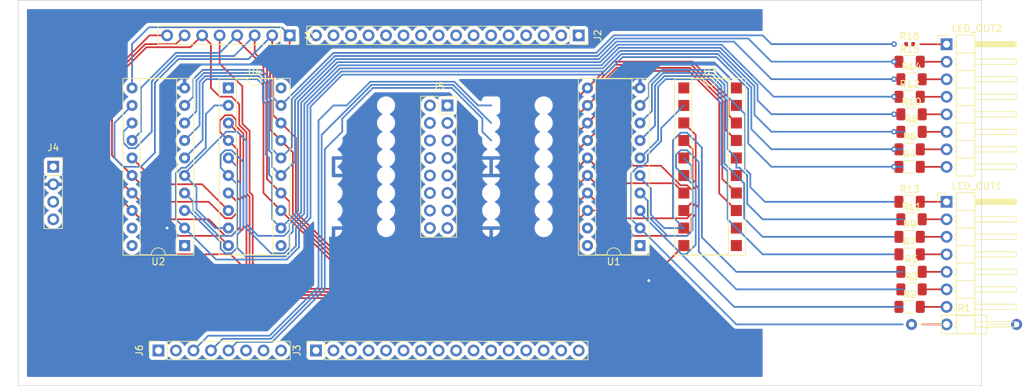
<source format=kicad_pcb>
(kicad_pcb (version 20211014) (generator pcbnew)
  (layers (0 "F.Cu" signal) (31 "B.Cu" signal) (34 "B.Paste" user) (35 "F.Paste" user) (36 "B.SilkS" user "B.Silkscreen") (37 "F.SilkS" user "F.Silkscreen") (38 "B.Mask" user) (39 "F.Mask" user) (44 "Edge.Cuts" user))
  (net 0 "")
  (net 1 "A0")
  (net 2 "A1")
  (net 3 "A2")
  (net 4 "A3")
  (net 5 "A4")
  (net 6 "A5")
  (net 7 "A6")
  (net 8 "A7")
  (net 9 "A8")
  (net 10 "A9")
  (net 11 "A10")
  (net 12 "A11")
  (net 13 "A12")
  (net 14 "A13")
  (net 15 "A14")
  (net 16 "A15")
  (net 17 "D0")
  (net 18 "D1")
  (net 19 "D2")
  (net 20 "D3")
  (net 21 "D4")
  (net 22 "D5")
  (net 23 "D6")
  (net 24 "D7")
  (net 25 "CLK")
  (net 26 "GND")
  (net 27 "+5V")
  (net 28 "X")
  (net 29 "OI")
  (net 30 "MW")
  (net 31 "H")
  (net 32 "C")
  (net 33 "~{II}")
  (net 34 "Im")
  (net 35 "~{ΣO}")
  (net 36 "~{ΣI}")
  (net 37 "RO")
  (net 38 "RI")
  (net 39 "~{MO}")
  (net 40 "MI")
  (net 41 "~{CO}")
  (net 42 "CE")
  (net 43 "~{CI}")
  (net 44 "INST0")
  (net 45 "INST1")
  (net 46 "INST2")
  (net 47 "INST3")
  (net 48 "INST4")
  (net 49 "INST5")
  (net 50 "INST6")
  (net 51 "INST7")
  (net 52 "~{R0_IN}")
  (net 53 "~{R0_OUT}")
  (net 54 "~{R1_IN}")
  (net 55 "~{R1_OUT}")
  (net 56 "~{R2_IN}")
  (net 57 "~{R2_OUT}")
  (net 58 "~{R3_IN}")
  (net 59 "~{R3_OUT}")
  (net 60 "~{R4_IN}")
  (net 61 "~{R4_OUT}")
  (net 62 "~{R5_IN}")
  (net 63 "~{R5_OUT}")
  (net 64 "~{R6_IN}")
  (net 65 "~{R6_OUT}")
  (net 66 "~{R7_IN}")
  (net 67 "~{R7_OUT}")
  (net 68 "Net-(LED_OUT1-Pad1)")
  (net 69 "Net-(LED_OUT1-Pad2)")
  (net 70 "Net-(LED_OUT1-Pad3)")
  (net 71 "Net-(LED_OUT1-Pad4)")
  (net 72 "Net-(LED_OUT1-Pad5)")
  (net 73 "Net-(LED_OUT1-Pad6)")
  (net 74 "Net-(LED_OUT1-Pad7)")
  (net 75 "Net-(LED_OUT1-Pad8)")
  (net 76 "Net-(LED_OUT2-Pad1)")
  (net 77 "Net-(LED_OUT2-Pad2)")
  (net 78 "Net-(LED_OUT2-Pad3)")
  (net 79 "Net-(LED_OUT2-Pad4)")
  (net 80 "Net-(LED_OUT2-Pad5)")
  (net 81 "Net-(LED_OUT2-Pad6)")
  (net 82 "Net-(LED_OUT2-Pad7)")
  (net 83 "Net-(LED_OUT2-Pad8)")
  (net 84 "Net-(R1-Pad1)")
  (net 85 "Net-(R2-Pad1)")
  (net 86 "Net-(R3-Pad1)")
  (net 87 "Net-(R4-Pad1)")
  (net 88 "Net-(R5-Pad1)")
  (net 89 "Net-(R6-Pad1)")
  (net 90 "Net-(R7-Pad1)")
  (net 91 "Net-(R8-Pad1)")
  (net 92 "Net-(R9-Pad1)")
  (net 93 "Net-(R10-Pad1)")
  (net 94 "Net-(R11-Pad1)")
  (net 95 "Net-(R12-Pad1)")
  (net 96 "Net-(R13-Pad1)")
  (net 97 "Net-(R14-Pad1)")
  (net 98 "Net-(R15-Pad1)")
  (net 99 "Net-(R16-Pad1)")
  (footprint "Connector_PinSocket_2.54mm:PinSocket_2x08_P2.54mm_Vertical" (layer "F.Cu") (at 113.05 93.97)
    (fp_text reference "J5")
    (fp_text value "REG_CTRL")
  )
  (footprint "Connector_PinHeader_2.54mm:PinHeader_1x08_P2.54mm_Horizontal" (layer "F.Cu") (at 185.43 107.94)
    (fp_text reference "LED_OUT1")
    (fp_text value "LEDs")
  )
  (footprint "Connector_PinSocket_2.54mm:PinSocket_1x08_P2.54mm_Vertical" (layer "F.Cu") (at 90.18 83.81 -90)
    (fp_text reference "J1")
    (fp_text value "DATA_BUS")
  )
  (footprint "Resistor_SMD:R_1206_3216Metric_Pad1.30x1.75mm_HandSolder" (layer "F.Cu") (at 180.07 107.94)
    (fp_text reference "R13")
    (fp_text value "220Ω")
  )
  (footprint "Connector_PinSocket_2.54mm:PinSocket_1x04_P2.54mm_Vertical" (layer "F.Cu") (at 55.89 102.86)
    (fp_text reference "J4")
    (fp_text value "Conn_01x03_Female")
  )
  (footprint "Resistor_SMD:R_0402_1005Metric" (layer "F.Cu") (at 180.07 85.095)
    (fp_text reference "R16")
    (fp_text value "220Ω")
  )
  (footprint "Resistor_SMD:R_1206_3216Metric_Pad1.30x1.75mm_HandSolder" (layer "F.Cu") (at 180.07 123.18)
    (fp_text reference "R2")
    (fp_text value "220Ω")
  )
  (footprint "Resistor_SMD:R_1206_3216Metric_Pad1.30x1.75mm_HandSolder" (layer "F.Cu") (at 180.35 97.795)
    (fp_text reference "R8")
    (fp_text value "220Ω")
  )
  (footprint "Resistor_SMD:R_1206_3216Metric_Pad1.30x1.75mm_HandSolder" (layer "F.Cu") (at 180.35 110.48)
    (fp_text reference "R11")
    (fp_text value "220Ω")
  )
  (footprint "Connector_PinSocket_2.54mm:PinSocket_1x16_P2.54mm_Vertical" (layer "F.Cu") (at 93.99 129.505 90)
    (fp_text reference "J3")
    (fp_text value "CTRL_BUS")
  )
  (footprint "Package_DIP:DIP-20_W7.62mm_Socket" (layer "F.Cu") (at 140.98 114.29 180)
    (fp_text reference "U1")
    (fp_text value "74HC245")
  )
  (footprint "Resistor_THT:R_Axial_DIN0207_L6.3mm_D2.5mm_P15.24mm_Horizontal" (layer "F.Cu") (at 180.35 125.72)
    (fp_text reference "R1")
    (fp_text value "220Ω")
  )
  (footprint "Package_DIP:DIP-20_W7.62mm_Socket" (layer "F.Cu") (at 74.94 114.29 180)
    (fp_text reference "U2")
    (fp_text value "74HC245")
  )
  (footprint "Connector_PinHeader_2.54mm:PinHeader_1x08_P2.54mm_Horizontal" (layer "F.Cu") (at 185.43 85.095)
    (fp_text reference "LED_OUT2")
    (fp_text value "LEDs")
  )
  (footprint "Resistor_SMD:R_1206_3216Metric_Pad1.30x1.75mm_HandSolder" (layer "F.Cu") (at 180.07 113.02)
    (fp_text reference "R9")
    (fp_text value "220Ω")
  )
  (footprint "Resistor_SMD:R_1206_3216Metric_Pad1.30x1.75mm_HandSolder" (layer "F.Cu") (at 180.07 87.635)
    (fp_text reference "R15")
    (fp_text value "220Ω")
  )
  (footprint "Resistor_SMD:R_1206_3216Metric_Pad1.30x1.75mm_HandSolder" (layer "F.Cu") (at 180.07 100.335)
    (fp_text reference "R6")
    (fp_text value "220Ω")
  )
  (footprint "Resistor_SMD:R_1206_3216Metric_Pad1.30x1.75mm_HandSolder" (layer "F.Cu") (at 180.07 115.56)
    (fp_text reference "R7")
    (fp_text value "220Ω")
  )
  (footprint "Resistor_SMD:R_1206_3216Metric_Pad1.30x1.75mm_HandSolder" (layer "F.Cu") (at 180.07 92.715)
    (fp_text reference "R12")
    (fp_text value "220Ω")
  )
  (footprint "Connector_PinSocket_2.54mm:PinSocket_1x08_P2.54mm_Vertical" (layer "F.Cu") (at 71.145 129.505 90)
    (fp_text reference "J6")
    (fp_text value "INST_BITS")
  )
  (footprint "Package_DIP:DIP-20_W7.62mm_Socket" (layer "F.Cu") (at 81.29 91.43)
    (fp_text reference "U4")
    (fp_text value "74HC377")
  )
  (footprint "Resistor_SMD:R_1206_3216Metric_Pad1.30x1.75mm_HandSolder" (layer "F.Cu") (at 180.35 95.255)
    (fp_text reference "R10")
    (fp_text value "220Ω")
  )
  (footprint "Resistor_SMD:R_1206_3216Metric_Pad1.30x1.75mm_HandSolder" (layer "F.Cu") (at 180.35 90.175)
    (fp_text reference "R14")
    (fp_text value "220Ω")
  )
  (footprint "Connector_PinSocket_2.54mm:PinSocket_1x16_P2.54mm_Vertical" (layer "F.Cu") (at 132.09 83.81 -90)
    (fp_text reference "J2")
    (fp_text value "ADDR_BUS")
  )
  (footprint "Resistor_SMD:R_1206_3216Metric_Pad1.30x1.75mm_HandSolder" (layer "F.Cu") (at 180.35 120.64)
    (fp_text reference "R3")
    (fp_text value "220Ω")
  )
  (footprint "Resistor_SMD:R_1206_3216Metric_Pad1.30x1.75mm_HandSolder" (layer "F.Cu") (at 180.35 118.1)
    (fp_text reference "R5")
    (fp_text value "220Ω")
  )
  (footprint "Resistor_SMD:R_1206_3216Metric_Pad1.30x1.75mm_HandSolder" (layer "F.Cu") (at 180.07 102.875)
    (fp_text reference "R4")
    (fp_text value "220Ω")
  )
  (footprint "Package_DIP:DIP-20_W7.62mm_SMDSocket_SmallPads" (layer "F.Cu") (at 151.14 102.86)
    (fp_text reference "U3")
    (fp_text value "74HC377")
  )
  (gr_rect (start 50.81 78.73) (end 190.51 134.61) (layer "Edge.Cuts") (width 0.1) (fill none))
  (segment (start 100.369188 118.76) (end 126.975228 118.76) (width 0.25) (layer "F.Cu") (net 17))
  (segment (start 91.08 109.470812) (end 100.369188 118.76) (width 0.25) (layer "F.Cu") (net 17))
  (segment (start 153.825 92.845) (end 153.825 95.385) (width 0.25) (layer "F.Cu") (net 17))
  (segment (start 133.36 91.43) (end 137.17 87.62) (width 0.25) (layer "F.Cu") (net 17))
  (segment (start 87.785 88.89) (end 87.785 95.385) (width 0.25) (layer "F.Cu") (net 17))
  (segment (start 126.975228 118.76) (end 128.94 116.795228) (width 0.25) (layer "F.Cu") (net 17))
  (segment (start 137.17 87.62) (end 148.6 87.62) (width 0.25) (layer "F.Cu") (net 17))
  (segment (start 90.18 83.81) (end 90.18 86.495) (width 0.25) (layer "F.Cu") (net 17))
  (segment (start 91.08 98.68) (end 91.08 109.470812) (width 0.25) (layer "F.Cu") (net 17))
  (segment (start 87.785 95.385) (end 88.91 96.51) (width 0.25) (layer "F.Cu") (net 17))
  (segment (start 128.94 116.795228) (end 128.94 95.85) (width 0.25) (layer "F.Cu") (net 17))
  (segment (start 128.94 95.85) (end 133.36 91.43) (width 0.25) (layer "F.Cu") (net 17))
  (segment (start 90.18 86.495) (end 87.785 88.89) (width 0.25) (layer "F.Cu") (net 17))
  (segment (start 148.6 87.62) (end 153.825 92.845) (width 0.25) (layer "F.Cu") (net 17))
  (segment (start 88.91 96.51) (end 91.08 98.68) (width 0.25) (layer "F.Cu") (net 17))
  (segment (start 153.825 95.385) (end 154.95 96.51) (width 0.25) (layer "F.Cu") (net 17))
  (segment (start 67.32 85.08) (end 67.32 91.43) (width 0.25) (layer "B.Cu") (net 17))
  (segment (start 89.005 82.635) (end 69.765 82.635) (width 0.25) (layer "B.Cu") (net 17))
  (segment (start 69.765 82.635) (end 67.32 85.08) (width 0.25) (layer "B.Cu") (net 17))
  (segment (start 90.18 83.81) (end 89.005 82.635) (width 0.25) (layer "B.Cu") (net 17))
  (segment (start 134.63 90.796396) (end 137.356396 88.07) (width 0.25) (layer "F.Cu") (net 18))
  (segment (start 137.356396 88.07) (end 148.413604 88.07) (width 0.25) (layer "F.Cu") (net 18))
  (segment (start 87.335 97.475) (end 88.91 99.05) (width 0.25) (layer "F.Cu") (net 18))
  (segment (start 87.335 87.951396) (end 87.335 97.475) (width 0.25) (layer "F.Cu") (net 18))
  (segment (start 134.63 92.7) (end 134.63 90.796396) (width 0.25) (layer "F.Cu") (net 18))
  (segment (start 88.91 99.05) (end 90.63 100.77) (width 0.25) (layer "F.Cu") (net 18))
  (segment (start 153.361802 93.018198) (end 153.361802 97.461802) (width 0.25) (layer "F.Cu") (net 18))
  (segment (start 87.64 87.646396) (end 87.335 87.951396) (width 0.25) (layer "F.Cu") (net 18))
  (segment (start 90.63 100.77) (end 90.63 109.657208) (width 0.25) (layer "F.Cu") (net 18))
  (segment (start 153.361802 97.461802) (end 154.95 99.05) (width 0.25) (layer "F.Cu") (net 18))
  (segment (start 87.64 83.81) (end 87.64 87.646396) (width 0.25) (layer "F.Cu") (net 18))
  (segment (start 133.36 93.97) (end 134.63 92.7) (width 0.25) (layer "F.Cu") (net 18))
  (segment (start 100.182792 119.21) (end 127.161624 119.21) (width 0.25) (layer "F.Cu") (net 18))
  (segment (start 129.39 97.94) (end 133.36 93.97) (width 0.25) (layer "F.Cu") (net 18))
  (segment (start 127.161624 119.21) (end 129.39 116.981624) (width 0.25) (layer "F.Cu") (net 18))
  (segment (start 148.413604 88.07) (end 153.361802 93.018198) (width 0.25) (layer "F.Cu") (net 18))
  (segment (start 129.39 116.981624) (end 129.39 97.94) (width 0.25) (layer "F.Cu") (net 18))
  (segment (start 90.63 109.657208) (end 100.182792 119.21) (width 0.25) (layer "F.Cu") (net 18))
  (segment (start 66.05 102.86) (end 64.78 101.59) (width 0.25) (layer "B.Cu") (net 18))
  (segment (start 68.59 102.86) (end 66.05 102.86) (width 0.25) (layer "B.Cu") (net 18))
  (segment (start 87.64 83.81) (end 84.2 87.25) (width 0.25) (layer "B.Cu") (net 18))
  (segment (start 64.78 96.51) (end 67.32 93.97) (width 0.25) (layer "B.Cu") (net 18))
  (segment (start 70.628198 100.821802) (end 68.59 102.86) (width 0.25) (layer "B.Cu") (net 18))
  (segment (start 70.628198 90.664594) (end 70.628198 100.821802) (width 0.25) (layer "B.Cu") (net 18))
  (segment (start 64.78 101.59) (end 64.78 96.51) (width 0.25) (layer "B.Cu") (net 18))
  (segment (start 84.2 87.25) (end 74.042792 87.25) (width 0.25) (layer "B.Cu") (net 18))
  (segment (start 74.042792 87.25) (end 70.628198 90.664594) (width 0.25) (layer "B.Cu") (net 18))
  (segment (start 152.911802 104.631802) (end 154.95 106.67) (width 0.25) (layer "F.Cu") (net 19))
  (segment (start 134.775 95.095) (end 134.775 93.191396) (width 0.25) (layer "F.Cu") (net 19))
  (segment (start 135.08 90.982792) (end 137.542792 88.52) (width 0.25) (layer "F.Cu") (net 19))
  (segment (start 152.911802 93.204594) (end 152.911802 104.631802) (width 0.25) (layer "F.Cu") (net 19))
  (segment (start 135.08 92.886396) (end 135.08 90.982792) (width 0.25) (layer "F.Cu") (net 19))
  (segment (start 85.1 83.81) (end 85.1 86.352792) (width 0.25) (layer "F.Cu") (net 19))
  (segment (start 129.84 117.16802) (end 127.34802 119.66) (width 0.25) (layer "F.Cu") (net 19))
  (segment (start 85.917208 87.17) (end 86.885 88.137792) (width 0.25) (layer "F.Cu") (net 19))
  (segment (start 89.36 106.67) (end 88.91 106.67) (width 0.25) (layer "F.Cu") (net 19))
  (segment (start 129.84 100.03) (end 129.84 117.16802) (width 0.25) (layer "F.Cu") (net 19))
  (segment (start 137.542792 88.52) (end 148.227208 88.52) (width 0.25) (layer "F.Cu") (net 19))
  (segment (start 134.775 93.191396) (end 135.08 92.886396) (width 0.25) (layer "F.Cu") (net 19))
  (segment (start 127.34802 119.66) (end 99.996396 119.66) (width 0.25) (layer "F.Cu") (net 19))
  (segment (start 90.18 107.94) (end 88.91 106.67) (width 0.25) (layer "F.Cu") (net 19))
  (segment (start 90.18 109.843604) (end 90.18 107.94) (width 0.25) (layer "F.Cu") (net 19))
  (segment (start 148.227208 88.52) (end 152.911802 93.204594) (width 0.25) (layer "F.Cu") (net 19))
  (segment (start 85.1 86.352792) (end 85.917208 87.17) (width 0.25) (layer "F.Cu") (net 19))
  (segment (start 99.996396 119.66) (end 90.18 109.843604) (width 0.25) (layer "F.Cu") (net 19))
  (segment (start 133.36 96.51) (end 129.84 100.03) (width 0.25) (layer "F.Cu") (net 19))
  (segment (start 86.885 88.137792) (end 86.885 104.645) (width 0.25) (layer "F.Cu") (net 19))
  (segment (start 86.885 104.645) (end 88.91 106.67) (width 0.25) (layer "F.Cu") (net 19))
  (segment (start 133.36 96.51) (end 134.775 95.095) (width 0.25) (layer "F.Cu") (net 19))
  (segment (start 66.854009 100.175) (end 66.05 99.370991) (width 0.25) (layer "B.Cu") (net 19))
  (segment (start 66.05 99.370991) (end 66.05 97.78) (width 0.25) (layer "B.Cu") (net 19))
  (segment (start 70.178198 97.782793) (end 67.785991 100.175) (width 0.25) (layer "B.Cu") (net 19))
  (segment (start 67.785991 100.175) (end 66.854009 100.175) (width 0.25) (layer "B.Cu") (net 19))
  (segment (start 70.178198 90.478198) (end 70.178198 97.782793) (width 0.25) (layer "B.Cu") (net 19))
  (segment (start 66.05 97.78) (end 67.32 96.51) (width 0.25) (layer "B.Cu") (net 19))
  (segment (start 73.856396 86.8) (end 70.178198 90.478198) (width 0.25) (layer "B.Cu") (net 19))
  (segment (start 85.1 83.81) (end 82.11 86.8) (width 0.25) (layer "B.Cu") (net 19))
  (segment (start 82.11 86.8) (end 73.856396 86.8) (width 0.25) (layer "B.Cu") (net 19))
  (segment (start 135.225 93.377792) (end 135.53 93.072792) (width 0.25) (layer "F.Cu") (net 20))
  (segment (start 127.534416 120.11) (end 130.29 117.354416) (width 0.25) (layer "F.Cu") (net 20))
  (segment (start 148.040812 88.97) (end 152.461802 93.39099) (width 0.25) (layer "F.Cu") (net 20))
  (segment (start 137.729188 88.97) (end 148.040812 88.97) (width 0.25) (layer "F.Cu") (net 20))
  (segment (start 86.37 88.259188) (end 86.37 106.67) (width 0.25) (layer "F.Cu") (net 20))
  (segment (start 133.36 99.05) (end 134.63 97.78) (width 0.25) (layer "F.Cu") (net 20))
  (segment (start 135.225 95.281396) (end 135.225 93.377792) (width 0.25) (layer "F.Cu") (net 20))
  (segment (start 99.81 120.11) (end 127.534416 120.11) (width 0.25) (layer "F.Cu") (net 20))
  (segment (start 86.37 106.67) (end 88.91 109.21) (width 0.25) (layer "F.Cu") (net 20))
  (segment (start 88.91 109.21) (end 99.81 120.11) (width 0.25) (layer "F.Cu") (net 20))
  (segment (start 152.461802 93.39099) (end 152.461802 106.721802) (width 0.25) (layer "F.Cu") (net 20))
  (segment (start 134.63 97.78) (end 134.63 95.876396) (width 0.25) (layer "F.Cu") (net 20))
  (segment (start 152.461802 106.721802) (end 154.95 109.21) (width 0.25) (layer "F.Cu") (net 20))
  (segment (start 135.53 91.169188) (end 137.729188 88.97) (width 0.25) (layer "F.Cu") (net 20))
  (segment (start 134.63 95.876396) (end 135.225 95.281396) (width 0.25) (layer "F.Cu") (net 20))
  (segment (start 135.53 93.072792) (end 135.53 91.169188) (width 0.25) (layer "F.Cu") (net 20))
  (segment (start 85.730812 87.62) (end 86.37 88.259188) (width 0.25) (layer "F.Cu") (net 20))
  (segment (start 82.56 83.81) (end 82.56 84.449188) (width 0.25) (layer "F.Cu") (net 20))
  (segment (start 82.56 84.449188) (end 85.730812 87.62) (width 0.25) (layer "F.Cu") (net 20))
  (segment (start 130.29 102.12) (end 133.36 99.05) (width 0.25) (layer "F.Cu") (net 20))
  (segment (start 130.29 117.354416) (end 130.29 102.12) (width 0.25) (layer "F.Cu") (net 20))
  (segment (start 80.02 86.35) (end 73.67 86.35) (width 0.25) (layer "B.Cu") (net 20))
  (segment (start 73.67 86.35) (end 68.59 91.43) (width 0.25) (layer "B.Cu") (net 20))
  (segment (start 82.56 83.81) (end 80.02 86.35) (width 0.25) (layer "B.Cu") (net 20))
  (segment (start 68.59 91.43) (end 68.59 97.78) (width 0.25) (layer "B.Cu") (net 20))
  (segment (start 68.59 97.78) (end 67.32 99.05) (width 0.25) (layer "B.Cu") (net 20))
  (segment (start 127.720812 120.56) (end 130.74 117.540812) (width 0.25) (layer "F.Cu") (net 21))
  (segment (start 84.81 107.00802) (end 84.81 116.849821) (width 0.25) (layer "F.Cu") (net 21))
  (segment (start 77.48 105.4) (end 81.29 109.21) (width 0.25) (layer "F.Cu") (net 21))
  (segment (start 147.795991 105.545) (end 148.6 106.349009) (width 0.25) (layer "F.Cu") (net 21))
  (segment (start 88.520179 120.56) (end 127.720812 120.56) (width 0.25) (layer "F.Cu") (net 21))
  (segment (start 83.315 96.625812) (end 84.36 97.670812) (width 0.25) (layer "F.Cu") (net 21))
  (segment (start 67.32 101.59) (end 71.13 105.4) (width 0.25) (layer "F.Cu") (net 21))
  (segment (start 146.864009 105.545) (end 147.795991 105.545) (width 0.25) (layer "F.Cu") (net 21))
  (segment (start 148.6 107.94) (end 147.33 109.21) (width 0.25) (layer "F.Cu") (net 21))
  (segment (start 134.485 102.715) (end 144.011396 102.715) (width 0.25) (layer "F.Cu") (net 21))
  (segment (start 130.74 104.21) (end 133.36 101.59) (width 0.25) (layer "F.Cu") (net 21))
  (segment (start 133.36 101.59) (end 134.485 102.715) (width 0.25) (layer "F.Cu") (net 21))
  (segment (start 84.81 116.849821) (end 88.520179 120.56) (width 0.25) (layer "F.Cu") (net 21))
  (segment (start 146.852703 105.556307) (end 146.864009 105.545) (width 0.25) (layer "F.Cu") (net 21))
  (segment (start 130.74 117.540812) (end 130.74 104.21) (width 0.25) (layer "F.Cu") (net 21))
  (segment (start 83.315 91.205) (end 83.315 96.625812) (width 0.25) (layer "F.Cu") (net 21))
  (segment (start 80.02 87.91) (end 83.315 91.205) (width 0.25) (layer "F.Cu") (net 21))
  (segment (start 144.011396 102.715) (end 146.852703 105.556307) (width 0.25) (layer "F.Cu") (net 21))
  (segment (start 71.13 105.4) (end 77.48 105.4) (width 0.25) (layer "F.Cu") (net 21))
  (segment (start 148.6 106.349009) (end 148.6 107.94) (width 0.25) (layer "F.Cu") (net 21))
  (segment (start 84.36 97.670812) (end 84.36 106.55802) (width 0.25) (layer "F.Cu") (net 21))
  (segment (start 80.02 83.81) (end 80.02 87.91) (width 0.25) (layer "F.Cu") (net 21))
  (segment (start 84.36 106.55802) (end 84.81 107.00802) (width 0.25) (layer "F.Cu") (net 21))
  (segment (start 133.36 104.13) (end 134.485 105.255) (width 0.25) (layer "F.Cu") (net 22))
  (segment (start 131.19 106.3) (end 131.19 117.727208) (width 0.25) (layer "F.Cu") (net 22))
  (segment (start 84.36 117.036217) (end 84.36 107.194416) (width 0.25) (layer "F.Cu") (net 22))
  (segment (start 134.485 105.255) (end 145.915 105.255) (width 0.25) (layer "F.Cu") (net 22))
  (segment (start 145.915 105.255) (end 147.33 106.67) (width 0.25) (layer "F.Cu") (net 22))
  (segment (start 71.13 107.94) (end 78.429009 107.94) (width 0.25) (layer "F.Cu") (net 22))
  (segment (start 82.56 109.530991) (end 82.56 107.94) (width 0.25) (layer "F.Cu") (net 22))
  (segment (start 88.333783 121.01) (end 84.36 117.036217) (width 0.25) (layer "F.Cu") (net 22))
  (segment (start 78.75 91.43) (end 78.75 85.08) (width 0.25) (layer "F.Cu") (net 22))
  (segment (start 77.48 83.81) (end 75.76 85.53) (width 0.25) (layer "F.Cu") (net 22))
  (segment (start 80.824009 110.335) (end 81.755991 110.335) (width 0.25) (layer "F.Cu") (net 22))
  (segment (start 81.755991 110.335) (end 82.56 109.530991) (width 0.25) (layer "F.Cu") (net 22))
  (segment (start 64.41 101.22) (end 67.32 104.13) (width 0.25) (layer "F.Cu") (net 22))
  (segment (start 127.907208 121.01) (end 88.333783 121.01) (width 0.25) (layer "F.Cu") (net 22))
  (segment (start 82.56 107.94) (end 81.29 106.67) (width 0.25) (layer "F.Cu") (net 22))
  (segment (start 83.91 106.744416) (end 83.91 97.857208) (width 0.25) (layer "F.Cu") (net 22))
  (segment (start 78.75 85.08) (end 77.48 83.81) (width 0.25) (layer "F.Cu") (net 22))
  (segment (start 133.36 104.13) (end 131.19 106.3) (width 0.25) (layer "F.Cu") (net 22))
  (segment (start 67.32 104.13) (end 71.13 107.94) (width 0.25) (layer "F.Cu") (net 22))
  (segment (start 82.865 93.809009) (end 81.755991 92.7) (width 0.25) (layer "F.Cu") (net 22))
  (segment (start 69.412792 85.53) (end 64.41 90.532792) (width 0.25) (layer "F.Cu") (net 22))
  (segment (start 83.91 97.857208) (end 82.865 96.812208) (width 0.25) (layer "F.Cu") (net 22))
  (segment (start 78.429009 107.94) (end 80.824009 110.335) (width 0.25) (layer "F.Cu") (net 22))
  (segment (start 75.76 85.53) (end 69.412792 85.53) (width 0.25) (layer "F.Cu") (net 22))
  (segment (start 80.02 92.7) (end 78.75 91.43) (width 0.25) (layer "F.Cu") (net 22))
  (segment (start 84.36 107.194416) (end 83.91 106.744416) (width 0.25) (layer "F.Cu") (net 22))
  (segment (start 131.19 117.727208) (end 127.907208 121.01) (width 0.25) (layer "F.Cu") (net 22))
  (segment (start 64.41 90.532792) (end 64.41 101.22) (width 0.25) (layer "F.Cu") (net 22))
  (segment (start 81.755991 92.7) (end 80.02 92.7) (width 0.25) (layer "F.Cu") (net 22))
  (segment (start 82.865 96.812208) (end 82.865 93.809009) (width 0.25) (layer "F.Cu") (net 22))
  (segment (start 82.56 107.303604) (end 82.56 100.32) (width 0.25) (layer "F.Cu") (net 23))
  (segment (start 83.91 117.222613) (end 88.147387 121.46) (width 0.25) (layer "F.Cu") (net 23))
  (segment (start 148.6 108.576396) (end 149.05 108.126396) (width 0.25) (layer "F.Cu") (net 23))
  (segment (start 132.09 109.843604) (end 132.09 107.94) (width 0.25) (layer "F.Cu") (net 23))
  (segment (start 82.56 100.32) (end 81.29 99.05) (width 0.25) (layer "F.Cu") (net 23))
  (segment (start 63.96 103.31) (end 67.32 106.67) (width 0.25) (layer "F.Cu") (net 23))
  (segment (start 67.32 106.67) (end 71.13 110.48) (width 0.25) (layer "F.Cu") (net 23))
  (segment (start 81.755991 112.875) (end 83.01 111.620991) (width 0.25) (layer "F.Cu") (net 23))
  (segment (start 148.6 105.712613) (end 148.6 100.32) (width 0.25) (layer "F.Cu") (net 23))
  (segment (start 133.36 106.67) (end 137.025 110.335) (width 0.25) (layer "F.Cu") (net 23))
  (segment (start 148.6 100.32) (end 147.33 99.05) (width 0.25) (layer "F.Cu") (net 23))
  (segment (start 82.415 96.044009) (end 82.415 96.998604) (width 0.25) (layer "F.Cu") (net 23))
  (segment (start 83.01 111.620991) (end 83.01 107.753604) (width 0.25) (layer "F.Cu") (net 23))
  (segment (start 63.96 90.346396) (end 63.96 103.31) (width 0.25) (layer "F.Cu") (net 23))
  (segment (start 83.91 107.380812) (end 83.91 117.222613) (width 0.25) (layer "F.Cu") (net 23))
  (segment (start 74.94 83.81) (end 73.67 85.08) (width 0.25) (layer "F.Cu") (net 23))
  (segment (start 71.13 110.48) (end 78.429009 110.48) (width 0.25) (layer "F.Cu") (net 23))
  (segment (start 149.05 108.126396) (end 149.05 106.162613) (width 0.25) (layer "F.Cu") (net 23))
  (segment (start 81.29 99.05) (end 80.02 97.78) (width 0.25) (layer "F.Cu") (net 23))
  (segment (start 148.6 109.530991) (end 148.6 108.576396) (width 0.25) (layer "F.Cu") (net 23))
  (segment (start 78.429009 110.48) (end 80.824009 112.875) (width 0.25) (layer "F.Cu") (net 23))
  (segment (start 131.64 110.293604) (end 132.09 109.843604) (width 0.25) (layer "F.Cu") (net 23))
  (segment (start 80.02 97.78) (end 80.02 96.189009) (width 0.25) (layer "F.Cu") (net 23))
  (segment (start 80.824009 95.385) (end 81.755991 95.385) (width 0.25) (layer "F.Cu") (net 23))
  (segment (start 83.46 98.043604) (end 83.46 106.930812) (width 0.25) (layer "F.Cu") (net 23))
  (segment (start 69.226396 85.08) (end 63.96 90.346396) (width 0.25) (layer "F.Cu") (net 23))
  (segment (start 73.67 85.08) (end 69.226396 85.08) (width 0.25) (layer "F.Cu") (net 23))
  (segment (start 147.795991 110.335) (end 148.6 109.530991) (width 0.25) (layer "F.Cu") (net 23))
  (segment (start 82.415 96.998604) (end 83.46 98.043604) (width 0.25) (layer "F.Cu") (net 23))
  (segment (start 137.025 110.335) (end 147.795991 110.335) (width 0.25) (layer "F.Cu") (net 23))
  (segment (start 83.01 107.753604) (end 82.56 107.303604) (width 0.25) (layer "F.Cu") (net 23))
  (segment (start 131.64 117.913604) (end 131.64 110.293604) (width 0.25) (layer "F.Cu") (net 23))
  (segment (start 80.824009 112.875) (end 81.755991 112.875) (width 0.25) (layer "F.Cu") (net 23))
  (segment (start 132.09 107.94) (end 133.36 106.67) (width 0.25) (layer "F.Cu") (net 23))
  (segment (start 83.46 106.930812) (end 83.91 107.380812) (width 0.25) (layer "F.Cu") (net 23))
  (segment (start 88.147387 121.46) (end 128.093604 121.46) (width 0.25) (layer "F.Cu") (net 23))
  (segment (start 81.755991 95.385) (end 82.415 96.044009) (width 0.25) (layer "F.Cu") (net 23))
  (segment (start 80.02 96.189009) (end 80.824009 95.385) (width 0.25) (layer "F.Cu") (net 23))
  (segment (start 128.093604 121.46) (end 131.64 117.913604) (width 0.25) (layer "F.Cu") (net 23))
  (segment (start 149.05 106.162613) (end 148.6 105.712613) (width 0.25) (layer "F.Cu") (net 23))
  (segment (start 83.46 111.807387) (end 83.46 107.567208) (width 0.25) (layer "F.Cu") (net 24))
  (segment (start 87.960991 121.91) (end 128.28 121.91) (width 0.25) (layer "F.Cu") (net 24))
  (segment (start 63.51 90.16) (end 69.86 83.81) (width 0.25) (layer "F.Cu") (net 24))
  (segment (start 147.795991 112.875) (end 148.455 112.215991) (width 0.25) (layer "F.Cu") (net 24))
  (segment (start 67.32 109.21) (end 73.67 115.56) (width 0.25) (layer "F.Cu") (net 24))
  (segment (start 128.28 121.91) (end 132.09 118.1) (width 0.25) (layer "F.Cu") (net 24))
  (segment (start 133.36 109.21) (end 135.263604 109.21) (width 0.25) (layer "F.Cu") (net 24))
  (segment (start 81.610991 115.56) (end 82.56 114.610991) (width 0.25) (layer "F.Cu") (net 24))
  (segment (start 83.46 107.567208) (end 83.01 107.117208) (width 0.25) (layer "F.Cu") (net 24))
  (segment (start 83.01 107.117208) (end 83.01 98.23) (width 0.25) (layer "F.Cu") (net 24))
  (segment (start 69.86 83.81) (end 72.4 83.81) (width 0.25) (layer "F.Cu") (net 24))
  (segment (start 149.05 105.526217) (end 149.05 98.23) (width 0.25) (layer "F.Cu") (net 24))
  (segment (start 138.928604 112.875) (end 147.795991 112.875) (width 0.25) (layer "F.Cu") (net 24))
  (segment (start 149.5 108.312792) (end 149.5 105.976217) (width 0.25) (layer "F.Cu") (net 24))
  (segment (start 149.05 109.717387) (end 149.05 108.762792) (width 0.25) (layer "F.Cu") (net 24))
  (segment (start 132.09 110.48) (end 133.36 109.21) (width 0.25) (layer "F.Cu") (net 24))
  (segment (start 73.67 115.56) (end 81.610991 115.56) (width 0.25) (layer "F.Cu") (net 24))
  (segment (start 63.51 105.4) (end 63.51 90.16) (width 0.25) (layer "F.Cu") (net 24))
  (segment (start 149.05 98.23) (end 147.33 96.51) (width 0.25) (layer "F.Cu") (net 24))
  (segment (start 82.56 112.707387) (end 83.46 111.807387) (width 0.25) (layer "F.Cu") (net 24))
  (segment (start 148.455 112.215991) (end 148.455 110.312387) (width 0.25) (layer "F.Cu") (net 24))
  (segment (start 83.01 98.23) (end 81.29 96.51) (width 0.25) (layer "F.Cu") (net 24))
  (segment (start 81.610991 115.56) (end 87.960991 121.91) (width 0.25) (layer "F.Cu") (net 24))
  (segment (start 149.5 105.976217) (end 149.05 105.526217) (width 0.25) (layer "F.Cu") (net 24))
  (segment (start 67.32 109.21) (end 63.51 105.4) (width 0.25) (layer "F.Cu") (net 24))
  (segment (start 82.56 114.610991) (end 82.56 112.707387) (width 0.25) (layer "F.Cu") (net 24))
  (segment (start 149.05 108.762792) (end 149.5 108.312792) (width 0.25) (layer "F.Cu") (net 24))
  (segment (start 135.263604 109.21) (end 138.928604 112.875) (width 0.25) (layer "F.Cu") (net 24))
  (segment (start 132.09 118.1) (end 132.09 110.48) (width 0.25) (layer "F.Cu") (net 24))
  (segment (start 148.455 110.312387) (end 149.05 109.717387) (width 0.25) (layer "F.Cu") (net 24))
  (segment (start 66.686396 109.21) (end 67.32 109.21) (width 0.25) (layer "F.Cu") (net 24))
  (segment (start 72.4 111.75) (end 73.525 112.875) (width 0.25) (layer "F.Cu") (net 26))
  (segment (start 142.25 119.37) (end 147.33 114.29) (width 0.25) (layer "F.Cu") (net 26))
  (segment (start 73.525 112.875) (end 79.875 112.875) (width 0.25) (layer "F.Cu") (net 26))
  (segment (start 79.875 112.875) (end 81.29 114.29) (width 0.25) (layer "F.Cu") (net 26))
  (via (at 72.4 111.75) (size 0.8) (drill 0.4) (layers "F.Cu" "B.Cu") (net 26))
  (via (at 142.25 119.37) (size 0.8) (drill 0.4) (layers "F.Cu" "B.Cu") (net 26))
  (segment (start 98.433604 93.97) (end 101.873604 90.53) (width 0.25) (layer "B.Cu") (net 46))
  (segment (start 96.53 93.97) (end 94.36 96.14) (width 0.25) (layer "B.Cu") (net 46))
  (segment (start 94.36 96.14) (end 94.36 120.267208) (width 0.25) (layer "B.Cu") (net 46))
  (segment (start 87.267208 127.36) (end 78.37 127.36) (width 0.25) (layer "B.Cu") (net 46))
  (segment (start 114.046396 90.53) (end 117.486396 93.97) (width 0.25) (layer "B.Cu") (net 46))
  (segment (start 78.37 127.36) (end 76.225 129.505) (width 0.25) (layer "B.Cu") (net 46))
  (segment (start 94.36 120.267208) (end 87.267208 127.36) (width 0.25) (layer "B.Cu") (net 46))
  (segment (start 101.873604 90.53) (end 114.046396 90.53) (width 0.25) (layer "B.Cu") (net 46))
  (segment (start 117.486396 93.97) (end 119.39 93.97) (width 0.25) (layer "B.Cu") (net 46))
  (segment (start 96.53 93.97) (end 98.433604 93.97) (width 0.25) (layer "B.Cu") (net 46))
  (segment (start 113.86 90.98) (end 119.39 96.51) (width 0.25) (layer "B.Cu") (net 47))
  (segment (start 96.53 96.51) (end 94.81 98.23) (width 0.25) (layer "B.Cu") (net 47))
  (segment (start 80.46 127.81) (end 78.765 129.505) (width 0.25) (layer "B.Cu") (net 47))
  (segment (start 87.453604 127.81) (end 80.46 127.81) (width 0.25) (layer "B.Cu") (net 47))
  (segment (start 94.81 98.23) (end 94.81 120.453604) (width 0.25) (layer "B.Cu") (net 47))
  (segment (start 94.81 120.453604) (end 87.453604 127.81) (width 0.25) (layer "B.Cu") (net 47))
  (segment (start 102.06 90.98) (end 113.86 90.98) (width 0.25) (layer "B.Cu") (net 47))
  (segment (start 96.53 96.51) (end 102.06 90.98) (width 0.25) (layer "B.Cu") (net 47))
  (segment (start 87.64 128.26) (end 82.55 128.26) (width 0.25) (layer "B.Cu") (net 48))
  (segment (start 95.26 100.32) (end 96.53 99.05) (width 0.25) (layer "B.Cu") (net 48))
  (segment (start 82.55 128.26) (end 81.305 129.505) (width 0.25) (layer "B.Cu") (net 48))
  (segment (start 97.8 97.78) (end 97.8 95.876396) (width 0.25) (layer "B.Cu") (net 48))
  (segment (start 118.12 95.876396) (end 118.12 97.78) (width 0.25) (layer "B.Cu") (net 48))
  (segment (start 113.673604 91.43) (end 118.12 95.876396) (width 0.25) (layer "B.Cu") (net 48))
  (segment (start 102.246396 91.43) (end 113.673604 91.43) (width 0.25) (layer "B.Cu") (net 48))
  (segment (start 97.8 95.876396) (end 102.246396 91.43) (width 0.25) (layer "B.Cu") (net 48))
  (segment (start 118.12 97.78) (end 119.39 99.05) (width 0.25) (layer "B.Cu") (net 48))
  (segment (start 96.53 99.05) (end 97.8 97.78) (width 0.25) (layer "B.Cu") (net 48))
  (segment (start 87.64 128.26) (end 95.26 120.64) (width 0.25) (layer "B.Cu") (net 48))
  (segment (start 95.26 120.64) (end 95.26 100.32) (width 0.25) (layer "B.Cu") (net 48))
  (segment (start 181.62 107.94) (end 185.43 107.94) (width 0.25) (layer "F.Cu") (net 68))
  (segment (start 181.9 110.48) (end 185.43 110.48) (width 0.25) (layer "F.Cu") (net 69))
  (segment (start 181.62 113.02) (end 185.43 113.02) (width 0.25) (layer "F.Cu") (net 70))
  (segment (start 181.62 115.56) (end 185.43 115.56) (width 0.25) (layer "F.Cu") (net 71))
  (segment (start 181.9 118.1) (end 185.43 118.1) (width 0.25) (layer "F.Cu") (net 72))
  (segment (start 181.9 120.64) (end 185.43 120.64) (width 0.25) (layer "F.Cu") (net 73))
  (segment (start 181.62 123.18) (end 185.43 123.18) (width 0.25) (layer "F.Cu") (net 74))
  (segment (start 181.9 125.72) (end 185.43 125.72) (width 0.25) (layer "F.Cu") (net 75))
  (segment (start 181.62 85.095) (end 185.43 85.095) (width 0.25) (layer "F.Cu") (net 76))
  (segment (start 181.62 87.635) (end 185.43 87.635) (width 0.25) (layer "F.Cu") (net 77))
  (segment (start 181.9 90.175) (end 185.43 90.175) (width 0.25) (layer "F.Cu") (net 78))
  (segment (start 181.62 92.715) (end 185.43 92.715) (width 0.25) (layer "F.Cu") (net 79))
  (segment (start 181.9 95.255) (end 185.43 95.255) (width 0.25) (layer "F.Cu") (net 80))
  (segment (start 181.9 97.795) (end 185.43 97.795) (width 0.25) (layer "F.Cu") (net 81))
  (segment (start 181.62 100.335) (end 185.43 100.335) (width 0.25) (layer "F.Cu") (net 82))
  (segment (start 181.62 102.875) (end 185.43 102.875) (width 0.25) (layer "F.Cu") (net 83))
  (segment (start 140.98 111.75) (end 139.71 110.48) (width 0.25) (layer "B.Cu") (net 84))
  (segment (start 140.659009 102.86) (end 141.300991 102.86) (width 0.25) (layer "B.Cu") (net 84))
  (segment (start 144.05 99.156396) (end 144.05 97.25) (width 0.25) (layer "B.Cu") (net 84))
  (segment (start 139.71 110.48) (end 139.71 103.809009) (width 0.25) (layer "B.Cu") (net 84))
  (segment (start 140.98 111.75) (end 154.95 125.72) (width 0.25) (layer "B.Cu") (net 84))
  (segment (start 139.71 103.809009) (end 140.659009 102.86) (width 0.25) (layer "B.Cu") (net 84))
  (segment (start 144.05 97.25) (end 147.33 93.97) (width 0.25) (layer "B.Cu") (net 84))
  (segment (start 141.300991 102.86) (end 142.105 102.055991) (width 0.25) (layer "B.Cu") (net 84))
  (segment (start 154.95 125.72) (end 179.08 125.72) (width 0.25) (layer "B.Cu") (net 84))
  (segment (start 142.105 101.101396) (end 144.05 99.156396) (width 0.25) (layer "B.Cu") (net 84))
  (segment (start 142.105 102.055991) (end 142.105 101.101396) (width 0.25) (layer "B.Cu") (net 84))
  (segment (start 149.05 105.190991) (end 148.455 104.595991) (width 0.25) (layer "B.Cu") (net 85))
  (segment (start 147.650991 115.56) (end 149.05 114.160991) (width 0.25) (layer "B.Cu") (net 85))
  (segment (start 148.455 102.715) (end 147.33 101.59) (width 0.25) (layer "B.Cu") (net 85))
  (segment (start 149.05 114.160991) (end 149.05 105.190991) (width 0.25) (layer "B.Cu") (net 85))
  (segment (start 147.009009 115.56) (end 154.629009 123.18) (width 0.25) (layer "B.Cu") (net 85))
  (segment (start 140.98 109.21) (end 140.98 109.530991) (width 0.25) (layer "B.Cu") (net 85))
  (segment (start 147.009009 115.56) (end 147.650991 115.56) (width 0.25) (layer "B.Cu") (net 85))
  (segment (start 140.98 109.530991) (end 147.009009 115.56) (width 0.25) (layer "B.Cu") (net 85))
  (segment (start 148.455 104.595991) (end 148.455 102.715) (width 0.25) (layer "B.Cu") (net 85))
  (segment (start 154.629009 123.18) (end 179.08 123.18) (width 0.25) (layer "B.Cu") (net 85))
  (segment (start 147.795991 112.875) (end 148.6 112.070991) (width 0.25) (layer "B.Cu") (net 86))
  (segment (start 146.205 101.124009) (end 146.864009 100.465) (width 0.25) (layer "B.Cu") (net 86))
  (segment (start 149.5 115.19) (end 154.95 120.64) (width 0.25) (layer "B.Cu") (net 86))
  (segment (start 148.6 112.070991) (end 148.6 105.4) (width 0.25) (layer "B.Cu") (net 86))
  (segment (start 142.105 107.795) (end 142.105 110.019595) (width 0.25) (layer "B.Cu") (net 86))
  (segment (start 147.33 104.13) (end 146.205 103.005) (width 0.25) (layer "B.Cu") (net 86))
  (segment (start 140.98 106.67) (end 142.105 107.795) (width 0.25) (layer "B.Cu") (net 86))
  (segment (start 146.864009 100.465) (end 147.795991 100.465) (width 0.25) (layer "B.Cu") (net 86))
  (segment (start 154.95 120.64) (end 179.08 120.64) (width 0.25) (layer "B.Cu") (net 86))
  (segment (start 147.795991 100.465) (end 149.5 102.169009) (width 0.25) (layer "B.Cu") (net 86))
  (segment (start 148.6 105.4) (end 147.33 104.13) (width 0.25) (layer "B.Cu") (net 86))
  (segment (start 142.105 110.019595) (end 144.960405 112.875) (width 0.25) (layer "B.Cu") (net 86))
  (segment (start 146.205 103.005) (end 146.205 101.124009) (width 0.25) (layer "B.Cu") (net 86))
  (segment (start 144.960405 112.875) (end 147.795991 112.875) (width 0.25) (layer "B.Cu") (net 86))
  (segment (start 149.5 102.169009) (end 149.5 115.19) (width 0.25) (layer "B.Cu") (net 86))
  (via (at 177.81 102.86) (size 0.8) (drill 0.4) (layers "F.Cu" "B.Cu") (net 87))
  (segment (start 138.474772 86.96) (end 152.070991 86.96) (width 0.25) (layer "B.Cu") (net 87))
  (segment (start 177.81 102.86) (end 179.08 102.86) (width 0.25) (layer "B.Cu") (net 87))
  (segment (start 156.67 99.5) (end 160.03 102.86) (width 0.25) (layer "B.Cu") (net 87))
  (segment (start 73.67 103.809009) (end 74.474009 103.005) (width 0.25) (layer "B.Cu") (net 87))
  (segment (start 93.198198 110.268198) (end 93.198198 94.136574) (width 0.25) (layer "B.Cu") (net 87))
  (segment (start 78.01 100.110991) (end 78.01 95.24) (width 0.25) (layer "B.Cu") (net 87))
  (segment (start 93.198198 94.136574) (end 97.834772 89.5) (width 0.25) (layer "B.Cu") (net 87))
  (segment (start 78.01 95.24) (end 79.28 93.97) (width 0.25) (layer "B.Cu") (net 87))
  (segment (start 73.67 110.48) (end 73.67 103.809009) (width 0.25) (layer "B.Cu") (net 87))
  (segment (start 97.834772 89.5) (end 135.934772 89.5) (width 0.25) (layer "B.Cu") (net 87))
  (segment (start 91.53 114.533783) (end 91.53 111.936396) (width 0.25) (layer "B.Cu") (net 87))
  (segment (start 74.94 111.75) (end 73.67 110.48) (width 0.25) (layer "B.Cu") (net 87))
  (segment (start 160.03 102.86) (end 177.81 102.86) (width 0.25) (layer "B.Cu") (net 87))
  (segment (start 156.67 91.559009) (end 156.67 99.5) (width 0.25) (layer "B.Cu") (net 87))
  (segment (start 91.53 111.936396) (end 93.198198 110.268198) (width 0.25) (layer "B.Cu") (net 87))
  (segment (start 89.748783 116.315) (end 91.53 114.533783) (width 0.25) (layer "B.Cu") (net 87))
  (segment (start 74.94 111.75) (end 79.505 116.315) (width 0.25) (layer "B.Cu") (net 87))
  (segment (start 79.28 93.97) (end 81.29 93.97) (width 0.25) (layer "B.Cu") (net 87))
  (segment (start 79.505 116.315) (end 89.748783 116.315) (width 0.25) (layer "B.Cu") (net 87))
  (segment (start 75.115991 103.005) (end 78.01 100.110991) (width 0.25) (layer "B.Cu") (net 87))
  (segment (start 135.934772 89.5) (end 138.474772 86.96) (width 0.25) (layer "B.Cu") (net 87))
  (segment (start 152.070991 86.96) (end 156.67 91.559009) (width 0.25) (layer "B.Cu") (net 87))
  (segment (start 74.474009 103.005) (end 75.115991 103.005) (width 0.25) (layer "B.Cu") (net 87))
  (segment (start 149.95 113.098604) (end 154.951396 118.1) (width 0.25) (layer "B.Cu") (net 88))
  (segment (start 142.555 106.025991) (end 142.555 109.833199) (width 0.25) (layer "B.Cu") (net 88))
  (segment (start 144.471801 111.75) (end 147.33 111.75) (width 0.25) (layer "B.Cu") (net 88))
  (segment (start 147.33 111.75) (end 145.755 110.175) (width 0.25) (layer "B.Cu") (net 88))
  (segment (start 149.95 100.079009) (end 149.95 113.098604) (width 0.25) (layer "B.Cu") (net 88))
  (segment (start 147.795991 97.925) (end 149.95 100.079009) (width 0.25) (layer "B.Cu") (net 88))
  (segment (start 146.864009 97.925) (end 147.795991 97.925) (width 0.25) (layer "B.Cu") (net 88))
  (segment (start 142.555 109.833199) (end 144.471801 111.75) (width 0.25) (layer "B.Cu") (net 88))
  (segment (start 145.755 110.175) (end 145.755 99.034009) (width 0.25) (layer "B.Cu") (net 88))
  (segment (start 140.98 104.13) (end 140.98 104.450991) (width 0.25) (layer "B.Cu") (net 88))
  (segment (start 140.98 104.450991) (end 142.555 106.025991) (width 0.25) (layer "B.Cu") (net 88))
  (segment (start 145.755 99.034009) (end 146.864009 97.925) (width 0.25) (layer "B.Cu") (net 88))
  (segment (start 154.951396 118.1) (end 179.08 118.1) (width 0.25) (layer "B.Cu") (net 88))
  (via (at 177.81 100.32) (size 0.8) (drill 0.4) (layers "F.Cu" "B.Cu") (net 89))
  (segment (start 91.08 111.75) (end 92.748198 110.081802) (width 0.25) (layer "B.Cu") (net 89))
  (segment (start 82.56 114.610991) (end 82.56 112.707387) (width 0.25) (layer "B.Cu") (net 89))
  (segment (start 97.648376 89.05) (end 135.748376 89.05) (width 0.25) (layer "B.Cu") (net 89))
  (segment (start 75.577387 109.21) (end 80.165 113.797613) (width 0.25) (layer "B.Cu") (net 89))
  (segment (start 91.08 114.347387) (end 91.08 111.75) (width 0.25) (layer "B.Cu") (net 89))
  (segment (start 82.56 114.610991) (end 83.814009 115.865) (width 0.25) (layer "B.Cu") (net 89))
  (segment (start 92.748198 110.081802) (end 92.748198 93.950178) (width 0.25) (layer "B.Cu") (net 89))
  (segment (start 82.56 104.763604) (end 82.56 102.86) (width 0.25) (layer "B.Cu") (net 89))
  (segment (start 157.12 91.372613) (end 157.12 97.41) (width 0.25) (layer "B.Cu") (net 89))
  (segment (start 138.288376 86.51) (end 152.257387 86.51) (width 0.25) (layer "B.Cu") (net 89))
  (segment (start 82.56 102.86) (end 81.29 101.59) (width 0.25) (layer "B.Cu") (net 89))
  (segment (start 81.755991 115.415) (end 82.56 114.610991) (width 0.25) (layer "B.Cu") (net 89))
  (segment (start 80.165 113.797613) (end 80.165 114.755991) (width 0.25) (layer "B.Cu") (net 89))
  (segment (start 177.81 100.32) (end 179.08 100.32) (width 0.25) (layer "B.Cu") (net 89))
  (segment (start 80.824009 115.415) (end 81.755991 115.415) (width 0.25) (layer "B.Cu") (net 89))
  (segment (start 157.12 97.41) (end 160.03 100.32) (width 0.25) (layer "B.Cu") (net 89))
  (segment (start 92.748198 93.950178) (end 97.648376 89.05) (width 0.25) (layer "B.Cu") (net 89))
  (segment (start 83.01 112.257387) (end 83.01 105.213604) (width 0.25) (layer "B.Cu") (net 89))
  (segment (start 83.01 105.213604) (end 82.56 104.763604) (width 0.25) (layer "B.Cu") (net 89))
  (segment (start 83.814009 115.865) (end 89.562387 115.865) (width 0.25) (layer "B.Cu") (net 89))
  (segment (start 135.748376 89.05) (end 138.288376 86.51) (width 0.25) (layer "B.Cu") (net 89))
  (segment (start 74.94 109.21) (end 75.577387 109.21) (width 0.25) (layer "B.Cu") (net 89))
  (segment (start 80.165 114.755991) (end 80.824009 115.415) (width 0.25) (layer "B.Cu") (net 89))
  (segment (start 152.257387 86.51) (end 157.12 91.372613) (width 0.25) (layer "B.Cu") (net 89))
  (segment (start 160.03 100.32) (end 177.81 100.32) (width 0.25) (layer "B.Cu") (net 89))
  (segment (start 89.562387 115.865) (end 91.08 114.347387) (width 0.25) (layer "B.Cu") (net 89))
  (segment (start 82.56 112.707387) (end 83.01 112.257387) (width 0.25) (layer "B.Cu") (net 89))
  (segment (start 140.98 101.59) (end 143.6 98.97) (width 0.25) (layer "B.Cu") (net 90))
  (segment (start 153.68 110.48) (end 154.95 111.75) (width 0.25) (layer "B.Cu") (net 90))
  (segment (start 152.33 91.35) (end 152.33 93.259188) (width 0.25) (layer "B.Cu") (net 90))
  (segment (start 153.68 103.496396) (end 153.68 110.48) (width 0.25) (layer "B.Cu") (net 90))
  (segment (start 152.33 93.259188) (end 152.78 93.709188) (width 0.25) (layer "B.Cu") (net 90))
  (segment (start 143.6 98.97) (end 143.6 91.27) (width 0.25) (layer "B.Cu") (net 90))
  (segment (start 158.76 115.56) (end 177.81 115.56) (width 0.25) (layer "B.Cu") (net 90))
  (segment (start 152.78 102.596396) (end 153.68 103.496396) (width 0.25) (layer "B.Cu") (net 90))
  (segment (start 152.78 93.709188) (end 152.78 102.596396) (width 0.25) (layer "B.Cu") (net 90))
  (segment (start 144.71 90.16) (end 151.14 90.16) (width 0.25) (layer "B.Cu") (net 90))
  (segment (start 143.6 91.27) (end 144.71 90.16) (width 0.25) (layer "B.Cu") (net 90))
  (segment (start 154.95 111.75) (end 158.76 115.56) (width 0.25) (layer "B.Cu") (net 90))
  (segment (start 151.14 90.16) (end 152.33 91.35) (width 0.25) (layer "B.Cu") (net 90))
  (via (at 177.81 97.78) (size 0.8) (drill 0.4) (layers "F.Cu" "B.Cu") (net 91))
  (segment (start 74.94 106.67) (end 76.21 107.94) (width 0.25) (layer "B.Cu") (net 91))
  (segment (start 177.81 97.78) (end 179.08 97.78) (width 0.25) (layer "B.Cu") (net 91))
  (segment (start 80.165 103.005) (end 80.165 101.124009) (width 0.25) (layer "B.Cu") (net 91))
  (segment (start 160.03 97.78) (end 177.81 97.78) (width 0.25) (layer "B.Cu") (net 91))
  (segment (start 76.21 107.94) (end 76.21 109.206217) (width 0.25) (layer "B.Cu") (net 91))
  (segment (start 80.165 101.124009) (end 80.824009 100.465) (width 0.25) (layer "B.Cu") (net 91))
  (segment (start 83.46 102.169009) (end 83.46 111.38) (width 0.25) (layer "B.Cu") (net 91))
  (segment (start 157.57 91.186217) (end 157.57 95.32) (width 0.25) (layer "B.Cu") (net 91))
  (segment (start 80.824009 100.465) (end 81.755991 100.465) (width 0.25) (layer "B.Cu") (net 91))
  (segment (start 90.18 114.610991) (end 90.18 112.707387) (width 0.25) (layer "B.Cu") (net 91))
  (segment (start 79.878783 112.875) (end 81.755991 112.875) (width 0.25) (layer "B.Cu") (net 91))
  (segment (start 97.46198 88.6) (end 135.56198 88.6) (width 0.25) (layer "B.Cu") (net 91))
  (segment (start 81.755991 112.875) (end 82.56 112.070991) (width 0.25) (layer "B.Cu") (net 91))
  (segment (start 81.755991 100.465) (end 83.46 102.169009) (width 0.25) (layer "B.Cu") (net 91))
  (segment (start 92.298198 93.763782) (end 97.46198 88.6) (width 0.25) (layer "B.Cu") (net 91))
  (segment (start 81.29 104.13) (end 80.165 103.005) (width 0.25) (layer "B.Cu") (net 91))
  (segment (start 90.63 112.257387) (end 90.63 111.302792) (width 0.25) (layer "B.Cu") (net 91))
  (segment (start 89.375991 115.415) (end 90.18 114.610991) (width 0.25) (layer "B.Cu") (net 91))
  (segment (start 90.63 111.302792) (end 92.298198 109.634594) (width 0.25) (layer "B.Cu") (net 91))
  (segment (start 135.56198 88.6) (end 138.10198 86.06) (width 0.25) (layer "B.Cu") (net 91))
  (segment (start 138.10198 86.06) (end 152.443783 86.06) (width 0.25) (layer "B.Cu") (net 91))
  (segment (start 87.495 115.415) (end 89.375991 115.415) (width 0.25) (layer "B.Cu") (net 91))
  (segment (start 90.18 112.707387) (end 90.63 112.257387) (width 0.25) (layer "B.Cu") (net 91))
  (segment (start 83.46 111.38) (end 87.495 115.415) (width 0.25) (layer "B.Cu") (net 91))
  (segment (start 82.56 105.4) (end 81.29 104.13) (width 0.25) (layer "B.Cu") (net 91))
  (segment (start 92.298198 109.634594) (end 92.298198 93.763782) (width 0.25) (layer "B.Cu") (net 91))
  (segment (start 157.57 95.32) (end 160.03 97.78) (width 0.25) (layer "B.Cu") (net 91))
  (segment (start 76.21 109.206217) (end 79.878783 112.875) (width 0.25) (layer "B.Cu") (net 91))
  (segment (start 82.56 112.070991) (end 82.56 105.4) (width 0.25) (layer "B.Cu") (net 91))
  (segment (start 152.443783 86.06) (end 157.57 91.186217) (width 0.25) (layer "B.Cu") (net 91))
  (segment (start 144.523604 89.71) (end 151.326396 89.71) (width 0.25) (layer "B.Cu") (net 92))
  (segment (start 143.15 96.88) (end 143.15 91.083604) (width 0.25) (layer "B.Cu") (net 92))
  (segment (start 158.76 113.02) (end 177.81 113.02) (width 0.25) (layer "B.Cu") (net 92))
  (segment (start 156.075 105.255) (end 156.075 110.335) (width 0.25) (layer "B.Cu") (net 92))
  (segment (start 140.98 99.05) (end 143.15 96.88) (width 0.25) (layer "B.Cu") (net 92))
  (segment (start 156.075 110.335) (end 158.76 113.02) (width 0.25) (layer "B.Cu") (net 92))
  (segment (start 154.95 104.13) (end 156.075 105.255) (width 0.25) (layer "B.Cu") (net 92))
  (segment (start 143.15 91.083604) (end 144.523604 89.71) (width 0.25) (layer "B.Cu") (net 92))
  (segment (start 153.23 102.41) (end 154.95 104.13) (width 0.25) (layer "B.Cu") (net 92))
  (segment (start 152.78 93.072792) (end 153.23 93.522792) (width 0.25) (layer "B.Cu") (net 92))
  (segment (start 152.78 91.163604) (end 152.78 93.072792) (width 0.25) (layer "B.Cu") (net 92))
  (segment (start 151.326396 89.71) (end 152.78 91.163604) (width 0.25) (layer "B.Cu") (net 92))
  (segment (start 153.23 93.522792) (end 153.23 102.41) (width 0.25) (layer "B.Cu") (net 92))
  (via (at 177.81 95.24) (size 0.8) (drill 0.4) (layers "F.Cu" "B.Cu") (net 93))
  (segment (start 158.02 93.23) (end 158.02 90.999821) (width 0.25) (layer "B.Cu") (net 93))
  (segment (start 79.390179 111.75) (end 81.29 111.75) (width 0.25) (layer "B.Cu") (net 93))
  (segment (start 76.66 109.019821) (end 79.390179 111.75) (width 0.25) (layer "B.Cu") (net 93))
  (segment (start 160.03 95.24) (end 158.02 93.23) (width 0.25) (layer "B.Cu") (net 93))
  (segment (start 74.94 103.817387) (end 74.94 104.13) (width 0.25) (layer "B.Cu") (net 93))
  (segment (start 158.02 90.999821) (end 152.630179 85.61) (width 0.25) (layer "B.Cu") (net 93))
  (segment (start 82.56 97.78) (end 80.969009 97.78) (width 0.25) (layer "B.Cu") (net 93))
  (segment (start 89.375991 112.875) (end 85.591396 112.875) (width 0.25) (layer "B.Cu") (net 93))
  (segment (start 80.969009 97.78) (end 80.02 98.729009) (width 0.25) (layer "B.Cu") (net 93))
  (segment (start 135.375584 88.15) (end 97.275584 88.15) (width 0.25) (layer "B.Cu") (net 93))
  (segment (start 152.630179 85.61) (end 137.915584 85.61) (width 0.25) (layer "B.Cu") (net 93))
  (segment (start 80.02 98.737387) (end 74.94 103.817387) (width 0.25) (layer "B.Cu") (net 93))
  (segment (start 177.81 95.24) (end 160.03 95.24) (width 0.25) (layer "B.Cu") (net 93))
  (segment (start 85.591396 112.875) (end 83.91 111.193604) (width 0.25) (layer "B.Cu") (net 93))
  (segment (start 137.915584 85.61) (end 135.375584 88.15) (width 0.25) (layer "B.Cu") (net 93))
  (segment (start 83.91 111.193604) (end 83.91 99.13) (width 0.25) (layer "B.Cu") (net 93))
  (segment (start 91.848198 109.448198) (end 90.18 111.116396) (width 0.25) (layer "B.Cu") (net 93))
  (segment (start 90.18 111.116396) (end 90.18 112.070991) (width 0.25) (layer "B.Cu") (net 93))
  (segment (start 97.275584 88.15) (end 91.848198 93.577386) (width 0.25) (layer "B.Cu") (net 93))
  (segment (start 74.94 104.13) (end 76.66 105.85) (width 0.25) (layer "B.Cu") (net 93))
  (segment (start 76.66 105.85) (end 76.66 109.019821) (width 0.25) (layer "B.Cu") (net 93))
  (segment (start 83.91 99.13) (end 82.56 97.78) (width 0.25) (layer "B.Cu") (net 93))
  (segment (start 90.18 112.070991) (end 89.375991 112.875) (width 0.25) (layer "B.Cu") (net 93))
  (segment (start 80.02 98.729009) (end 80.02 98.737387) (width 0.25) (layer "B.Cu") (net 93))
  (segment (start 91.848198 93.577386) (end 91.848198 109.448198) (width 0.25) (layer "B.Cu") (net 93))
  (segment (start 153.68 93.336396) (end 153.23 92.886396) (width 0.25) (layer "B.Cu") (net 94))
  (segment (start 156.525 104.114009) (end 156.525 108.245) (width 0.25) (layer "B.Cu") (net 94))
  (segment (start 142.7 94.79) (end 140.98 96.51) (width 0.25) (layer "B.Cu") (net 94))
  (segment (start 153.23 90.977208) (end 151.512792 89.26) (width 0.25) (layer "B.Cu") (net 94))
  (segment (start 154.95 101.59) (end 154.95 103.005) (width 0.25) (layer "B.Cu") (net 94))
  (segment (start 142.7 90.897208) (end 142.7 94.79) (width 0.25) (layer "B.Cu") (net 94))
  (segment (start 153.23 92.886396) (end 153.23 90.977208) (width 0.25) (layer "B.Cu") (net 94))
  (segment (start 154.95 103.005) (end 155.415991 103.005) (width 0.25) (layer "B.Cu") (net 94))
  (segment (start 154.95 101.59) (end 153.68 100.32) (width 0.25) (layer "B.Cu") (net 94))
  (segment (start 158.76 110.48) (end 179.08 110.48) (width 0.25) (layer "B.Cu") (net 94))
  (segment (start 156.525 108.245) (end 158.76 110.48) (width 0.25) (layer "B.Cu") (net 94))
  (segment (start 155.415991 103.005) (end 156.525 104.114009) (width 0.25) (layer "B.Cu") (net 94))
  (segment (start 144.337208 89.26) (end 142.7 90.897208) (width 0.25) (layer "B.Cu") (net 94))
  (segment (start 151.512792 89.26) (end 144.337208 89.26) (width 0.25) (layer "B.Cu") (net 94))
  (segment (start 153.68 100.32) (end 153.68 93.336396) (width 0.25) (layer "B.Cu") (net 94))
  (via (at 177.81 92.7) (size 0.8) (drill 0.4) (layers "F.Cu" "B.Cu") (net 95))
  (segment (start 87.64 104.450991) (end 87.64 110.48) (width 0.25) (layer "B.Cu") (net 95))
  (segment (start 86.74 101.14) (end 87.19 101.59) (width 0.25) (layer "B.Cu") (net 95))
  (segment (start 78.119188 90.16) (end 85.467208 90.16) (width 0.25) (layer "B.Cu") (net 95))
  (segment (start 74.94 101.59) (end 77.56 98.97) (width 0.25) (layer "B.Cu") (net 95))
  (segment (start 91.398198 93.39099) (end 97.089188 87.7) (width 0.25) (layer "B.Cu") (net 95))
  (segment (start 160.193288 92.536712) (end 160.356575 92.7) (width 0.25) (layer "B.Cu") (net 95))
  (segment (start 85.467208 90.16) (end 86.29 90.982792) (width 0.25) (layer "B.Cu") (net 95))
  (segment (start 137.729188 85.16) (end 152.816575 85.16) (width 0.25) (layer "B.Cu") (net 95))
  (segment (start 152.816575 85.16) (end 160.193288 92.536712) (width 0.25) (layer "B.Cu") (net 95))
  (segment (start 87.19 104.000991) (end 87.64 104.450991) (width 0.25) (layer "B.Cu") (net 95))
  (segment (start 86.29 93.259188) (end 86.74 93.709188) (width 0.25) (layer "B.Cu") (net 95))
  (segment (start 87.64 110.48) (end 88.91 111.75) (width 0.25) (layer "B.Cu") (net 95))
  (segment (start 88.91 111.75) (end 91.398198 109.261802) (width 0.25) (layer "B.Cu") (net 95))
  (segment (start 86.29 90.982792) (end 86.29 93.259188) (width 0.25) (layer "B.Cu") (net 95))
  (segment (start 86.74 93.709188) (end 86.74 101.14) (width 0.25) (layer "B.Cu") (net 95))
  (segment (start 135.189188 87.7) (end 137.729188 85.16) (width 0.25) (layer "B.Cu") (net 95))
  (segment (start 87.19 101.59) (end 87.19 104.000991) (width 0.25) (layer "B.Cu") (net 95))
  (segment (start 97.089188 87.7) (end 135.189188 87.7) (width 0.25) (layer "B.Cu") (net 95))
  (segment (start 160.356575 92.7) (end 177.81 92.7) (width 0.25) (layer "B.Cu") (net 95))
  (segment (start 91.398198 109.261802) (end 91.398198 93.39099) (width 0.25) (layer "B.Cu") (net 95))
  (segment (start 77.56 90.719188) (end 78.119188 90.16) (width 0.25) (layer "B.Cu") (net 95))
  (segment (start 77.56 98.97) (end 77.56 90.719188) (width 0.25) (layer "B.Cu") (net 95))
  (segment (start 156.975 105.836802) (end 159.078198 107.94) (width 0.25) (layer "B.Cu") (net 96))
  (segment (start 156.975 103.927613) (end 156.975 105.836802) (width 0.25) (layer "B.Cu") (net 96))
  (segment (start 153.68 90.790812) (end 151.699188 88.81) (width 0.25) (layer "B.Cu") (net 96))
  (segment (start 159.078198 107.94) (end 177.81 107.94) (width 0.25) (layer "B.Cu") (net 96))
  (segment (start 156.22 103.172613) (end 156.975 103.927613) (width 0.25) (layer "B.Cu") (net 96))
  (segment (start 153.68 92.7) (end 153.68 90.790812) (width 0.25) (layer "B.Cu") (net 96))
  (segment (start 154.95 93.97) (end 156.22 95.24) (width 0.25) (layer "B.Cu") (net 96))
  (segment (start 156.22 95.24) (end 156.22 103.172613) (width 0.25) (layer "B.Cu") (net 96))
  (segment (start 154.95 93.97) (end 153.68 92.7) (width 0.25) (layer "B.Cu") (net 96))
  (segment (start 151.699188 88.81) (end 144.150812 88.81) (width 0.25) (layer "B.Cu") (net 96))
  (segment (start 144.150812 88.81) (end 142.25 90.710812) (width 0.25) (layer "B.Cu") (net 96))
  (segment (start 142.25 90.710812) (end 142.25 92.7) (width 0.25) (layer "B.Cu") (net 96))
  (segment (start 142.25 92.7) (end 140.98 93.97) (width 0.25) (layer "B.Cu") (net 96))
  (via (at 177.81 90.16) (size 0.8) (drill 0.4) (layers "F.Cu" "B.Cu") (net 97))
  (segment (start 160.03 90.16) (end 177.81 90.16) (width 0.25) (layer "B.Cu") (net 97))
  (segment (start 86.74 90.796396) (end 86.74 93.072792) (width 0.25) (layer "B.Cu") (net 97))
  (segment (start 85.653604 89.71) (end 86.74 90.796396) (width 0.25) (layer "B.Cu") (net 97))
  (segment (start 96.902792 87.25) (end 135.002792 87.25) (width 0.25) (layer "B.Cu") (net 97))
  (segment (start 87.19 93.522792) (end 87.19 100.506396) (width 0.25) (layer "B.Cu") (net 97))
  (segment (start 77.932792 89.71) (end 85.653604 89.71) (width 0.25) (layer "B.Cu") (net 97))
  (segment (start 87.19 100.506396) (end 87.64 100.956396) (width 0.25) (layer "B.Cu") (net 97))
  (segment (start 87.64 102.86) (end 88.91 104.13) (width 0.25) (layer "B.Cu") (net 97))
  (segment (start 90.948198 93.204594) (end 96.902792 87.25) (width 0.25) (layer "B.Cu") (net 97))
  (segment (start 74.94 99.05) (end 77.11 96.88) (width 0.25) (layer "B.Cu") (net 97))
  (segment (start 88.91 104.13) (end 90.948198 102.091802) (width 0.25) (layer "B.Cu") (net 97))
  (segment (start 90.948198 102.091802) (end 90.948198 93.204594) (width 0.25) (layer "B.Cu") (net 97))
  (segment (start 135.002792 87.25) (end 137.542792 84.71) (width 0.25) (layer "B.Cu") (net 97))
  (segment (start 77.11 90.532792) (end 77.932792 89.71) (width 0.25) (layer "B.Cu") (net 97))
  (segment (start 77.11 96.88) (end 77.11 90.532792) (width 0.25) (layer "B.Cu") (net 97))
  (segment (start 154.58 84.71) (end 160.03 90.16) (width 0.25) (layer "B.Cu") (net 97))
  (segment (start 86.74 93.072792) (end 87.19 93.522792) (width 0.25) (layer "B.Cu") (net 97))
  (segment (start 137.542792 84.71) (end 154.58 84.71) (width 0.25) (layer "B.Cu") (net 97))
  (segment (start 87.64 100.956396) (end 87.64 102.86) (width 0.25) (layer "B.Cu") (net 97))
  (via (at 177.81 87.62) (size 0.8) (drill 0.4) (layers "F.Cu" "B.Cu") (net 98))
  (segment (start 156.67 84.26) (end 160.03 87.62) (width 0.25) (layer "B.Cu") (net 98))
  (segment (start 90.498198 100.001802) (end 90.498198 93.018198) (width 0.25) (layer "B.Cu") (net 98))
  (segment (start 87.64 93.336396) (end 87.64 100.32) (width 0.25) (layer "B.Cu") (net 98))
  (segment (start 74.94 96.51) (end 76.66 94.79) (width 0.25) (layer "B.Cu") (net 98))
  (segment (start 87.19 92.886396) (end 87.64 93.336396) (width 0.25) (layer "B.Cu") (net 98))
  (segment (start 88.91 101.59) (end 90.498198 100.001802) (width 0.25) (layer "B.Cu") (net 98))
  (segment (start 76.66 94.79) (end 76.66 90.346396) (width 0.25) (layer "B.Cu") (net 98))
  (segment (start 137.356396 84.26) (end 156.67 84.26) (width 0.25) (layer "B.Cu") (net 98))
  (segment (start 77.746396 89.26) (end 85.84 89.26) (width 0.25) (layer "B.Cu") (net 98))
  (segment (start 90.498198 93.018198) (end 96.716396 86.8) (width 0.25) (layer "B.Cu") (net 98))
  (segment (start 76.66 90.346396) (end 77.746396 89.26) (width 0.25) (layer "B.Cu") (net 98))
  (segment (start 96.716396 86.8) (end 134.816396 86.8) (width 0.25) (layer "B.Cu") (net 98))
  (segment (start 87.19 90.61) (end 87.19 92.886396) (width 0.25) (layer "B.Cu") (net 98))
  (segment (start 134.816396 86.8) (end 137.356396 84.26) (width 0.25) (layer "B.Cu") (net 98))
  (segment (start 87.64 100.32) (end 88.91 101.59) (width 0.25) (layer "B.Cu") (net 98))
  (segment (start 85.84 89.26) (end 87.19 90.61) (width 0.25) (layer "B.Cu") (net 98))
  (segment (start 160.03 87.62) (end 177.81 87.62) (width 0.25) (layer "B.Cu") (net 98))
  (via (at 177.81 85.08) (size 0.8) (drill 0.4) (layers "F.Cu" "B.Cu") (net 99))
  (segment (start 134.63 86.35) (end 137.17 83.81) (width 0.25) (layer "B.Cu") (net 99))
  (segment (start 160.03 85.08) (end 177.81 85.08) (width 0.25) (layer "B.Cu") (net 99))
  (segment (start 88.91 93.97) (end 96.53 86.35) (width 0.25) (layer "B.Cu") (net 99))
  (segment (start 87.64 90.423604) (end 87.64 92.7) (width 0.25) (layer "B.Cu") (net 99))
  (segment (start 87.64 92.7) (end 88.91 93.97) (width 0.25) (layer "B.Cu") (net 99))
  (segment (start 158.76 83.81) (end 160.03 85.08) (width 0.25) (layer "B.Cu") (net 99))
  (segment (start 96.53 86.35) (end 134.63 86.35) (width 0.25) (layer "B.Cu") (net 99))
  (segment (start 137.17 83.81) (end 158.76 83.81) (width 0.25) (layer "B.Cu") (net 99))
  (segment (start 86.026396 88.81) (end 87.64 90.423604) (width 0.25) (layer "B.Cu") (net 99))
  (segment (start 74.94 93.97) (end 76.21 92.7) (width 0.25) (layer "B.Cu") (net 99))
  (segment (start 76.21 92.7) (end 76.21 90.16) (width 0.25) (layer "B.Cu") (net 99))
  (segment (start 76.21 90.16) (end 77.56 88.81) (width 0.25) (layer "B.Cu") (net 99))
  (segment (start 77.56 88.81) (end 86.026396 88.81) (width 0.25) (layer "B.Cu") (net 99))
  (zone (net 26) (net_name "GND") (layer "B.Cu") (connect_pads (clearance 0.508)) (min_thickness 0.254) (fill yes (thermal_gap 0.508) (thermal_bridge_width 0.508))
    (polygon (pts (xy 158.76 133.34) (xy 52.08 133.34) (xy 52.08 80) (xy 158.76 80)))
  )
)
</source>
